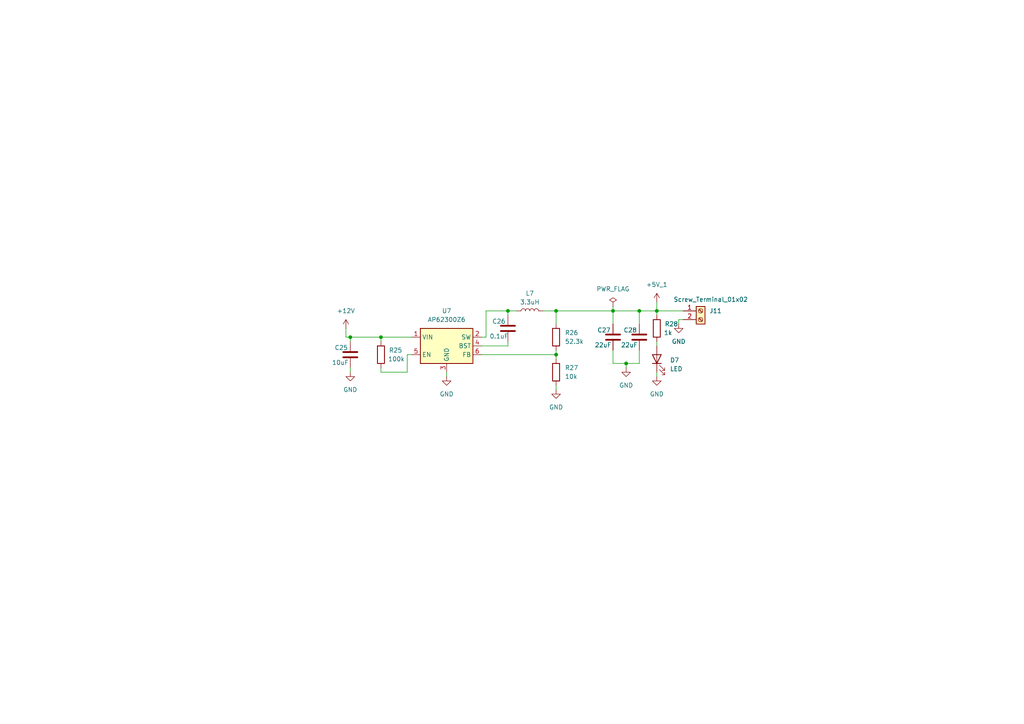
<source format=kicad_sch>
(kicad_sch (version 20231120) (generator "eeschema") (generator_version "8.0")
  (paper "A4")
  (lib_symbols
    (symbol "Connector:Screw_Terminal_01x02" (pin_names (offset 1.016) hide)
      (property "Reference" "J" (at 0 2.54 0))
      (property "Value" "Screw_Terminal_01x02" (at 0 -5.08 0))
      (symbol "Screw_Terminal_01x02_1_1"
        (rectangle (start -1.27 1.27) (end 1.27 -3.81) (stroke (width 0.254)) (fill (type background)))
        (circle (center 0 -2.54) (radius 0.635) (stroke (width 0.1524)))
        (polyline (pts (xy -0.5334 -2.2098) (xy 0.3302 -3.048)) (stroke (width 0.1524)))
        (polyline (pts (xy -0.5334 0.3302) (xy 0.3302 -0.508)) (stroke (width 0.1524)))
        (polyline (pts (xy -0.3556 -2.032) (xy 0.508 -2.8702)) (stroke (width 0.1524)))
        (polyline (pts (xy -0.3556 0.508) (xy 0.508 -0.3302)) (stroke (width 0.1524)))
        (circle (center 0 0) (radius 0.635) (stroke (width 0.1524)))
        (pin passive line (at -5.08 0 0) (length 3.81) (name "Pin_1") (number "1"))
        (pin passive line (at -5.08 -2.54 0) (length 3.81) (name "Pin_2") (number "2"))
      )
    )
    (symbol "Device:C" (pin_numbers hide) (pin_names (offset 0.254))
      (property "Reference" "C" (at 0.635 2.54 0))
      (property "Value" "C" (at 0.635 -2.54 0))
      (symbol "C_0_1"
        (polyline (pts (xy -2.032 -0.762) (xy 2.032 -0.762)) (stroke (width 0.508)))
        (polyline (pts (xy -2.032 0.762) (xy 2.032 0.762)) (stroke (width 0.508)))
      )
      (symbol "C_1_1"
        (pin passive line (at 0 3.81 270) (length 2.794) (name "~") (number "1"))
        (pin passive line (at 0 -3.81 90) (length 2.794) (name "~") (number "2"))
      )
    )
    (symbol "Device:L" (pin_numbers hide) (pin_names (offset 1.016) hide)
      (property "Reference" "L" (at -1.27 0 90))
      (property "Value" "L" (at 1.905 0 90))
      (symbol "L_0_1"
        (arc (start 0 -2.54) (mid 0.6323 -1.905) (end 0 -1.27))
        (arc (start 0 -1.27) (mid 0.6323 -0.635) (end 0 0))
        (arc (start 0 0) (mid 0.6323 0.635) (end 0 1.27))
        (arc (start 0 1.27) (mid 0.6323 1.905) (end 0 2.54))
      )
      (symbol "L_1_1"
        (pin passive line (at 0 3.81 270) (length 1.27) (name "1") (number "1"))
        (pin passive line (at 0 -3.81 90) (length 1.27) (name "2") (number "2"))
      )
    )
    (symbol "Device:LED" (pin_numbers hide) (pin_names (offset 1.016) hide)
      (property "Reference" "D" (at 0 2.54 0))
      (property "Value" "LED" (at 0 -2.54 0))
      (symbol "LED_0_1"
        (polyline (pts (xy -1.27 -1.27) (xy -1.27 1.27)) (stroke (width 0.254)))
        (polyline (pts (xy -1.27 0) (xy 1.27 0)))
        (polyline (pts (xy 1.27 -1.27) (xy 1.27 1.27) (xy -1.27 0) (xy 1.27 -1.27)) (stroke (width 0.254)))
        (polyline (pts (xy -3.048 -0.762) (xy -4.572 -2.286) (xy -3.81 -2.286) (xy -4.572 -2.286) (xy -4.572 -1.524)))
        (polyline (pts (xy -1.778 -0.762) (xy -3.302 -2.286) (xy -2.54 -2.286) (xy -3.302 -2.286) (xy -3.302 -1.524)))
      )
      (symbol "LED_1_1"
        (pin passive line (at -3.81 0 0) (length 2.54) (name "K") (number "1"))
        (pin passive line (at 3.81 0 180) (length 2.54) (name "A") (number "2"))
      )
    )
    (symbol "Device:R" (pin_numbers hide) (pin_names (offset 0))
      (property "Reference" "R" (at 2.032 0 90))
      (property "Value" "R" (at 0 0 90))
      (symbol "R_0_1"
        (rectangle (start -1.016 -2.54) (end 1.016 2.54) (stroke (width 0.254)))
      )
      (symbol "R_1_1"
        (pin passive line (at 0 3.81 270) (length 1.27) (name "~") (number "1"))
        (pin passive line (at 0 -3.81 90) (length 1.27) (name "~") (number "2"))
      )
    )
    (symbol "Regulator_Switching:AP62300Z6"
      (property "Reference" "U" (at -7.62 6.35 0))
      (property "Value" "AP62300Z6" (at 6.35 -6.35 0))
      (symbol "AP62300Z6_0_1"
        (rectangle (start -7.62 5.08) (end 7.62 -5.08) (stroke (width 0.254)) (fill (type background)))
      )
      (symbol "AP62300Z6_1_1"
        (pin power_in line (at -10.16 2.54 0) (length 2.54) (name "VIN") (number "1"))
        (pin output line (at 10.16 2.54 180) (length 2.54) (name "SW") (number "2"))
        (pin power_in line (at 0 -7.62 90) (length 2.54) (name "GND") (number "3"))
        (pin passive line (at 10.16 0 180) (length 2.54) (name "BST") (number "4"))
        (pin input line (at -10.16 -2.54 0) (length 2.54) (name "EN") (number "5"))
        (pin input line (at 10.16 -2.54 180) (length 2.54) (name "FB") (number "6"))
      )
    )
    (symbol "power:+12V" (power) (pin_numbers hide) (pin_names (offset 0) hide)
      (property "Value" "+12V" (at 0 3.556 0))
      (symbol "+12V_0_1"
        (polyline (pts (xy -0.762 1.27) (xy 0 2.54)))
        (polyline (pts (xy 0 0) (xy 0 2.54)))
        (polyline (pts (xy 0 2.54) (xy 0.762 1.27)))
      )
      (symbol "+12V_1_1"
        (pin power_in line (at 0 0 90) (length 0) (name "~") (number "1"))
      )
    )
    (symbol "power:+5V" (power) (pin_numbers hide) (pin_names (offset 0) hide)
      (property "Value" "+5V" (at 0 3.556 0))
      (symbol "+5V_0_1"
        (polyline (pts (xy -0.762 1.27) (xy 0 2.54)))
        (polyline (pts (xy 0 0) (xy 0 2.54)))
        (polyline (pts (xy 0 2.54) (xy 0.762 1.27)))
      )
      (symbol "+5V_1_1"
        (pin power_in line (at 0 0 90) (length 0) (name "~") (number "1"))
      )
    )
    (symbol "power:GND" (power) (pin_numbers hide) (pin_names (offset 0) hide)
      (property "Value" "GND" (at 0 -3.81 0))
      (symbol "GND_0_1"
        (polyline (pts (xy 0 0) (xy 0 -1.27) (xy 1.27 -1.27) (xy 0 -2.54) (xy -1.27 -1.27) (xy 0 -1.27)))
      )
      (symbol "GND_1_1"
        (pin power_in line (at 0 0 270) (length 0) (name "~") (number "1"))
      )
    )
    (symbol "power:PWR_FLAG" (power) (pin_numbers hide) (pin_names (offset 0) hide)
      (property "Value" "PWR_FLAG" (at 0 3.81 0))
      (symbol "PWR_FLAG_0_0"
        (pin power_out line (at 0 0 90) (length 0) (name "~") (number "1"))
      )
      (symbol "PWR_FLAG_0_1"
        (polyline (pts (xy 0 0) (xy 0 1.27) (xy -1.016 1.905) (xy 0 2.54) (xy 1.016 1.905) (xy 0 1.27)))
      )
    )
  )
  (junction (at 110.49 97.79))
  (junction (at 177.8 90.17))
  (junction (at 101.6 97.79))
  (junction (at 161.29 102.87))
  (junction (at 190.5 90.17))
  (junction (at 185.42 90.17))
  (junction (at 161.29 90.17))
  (junction (at 181.61 105.41))
  (junction (at 147.32 90.17))
  (wire (pts (xy 139.7 97.79) (xy 140.97 97.79)))
  (wire (pts (xy 157.48 90.17) (xy 161.29 90.17)))
  (wire (pts (xy 140.97 97.79) (xy 140.97 90.17)))
  (wire (pts (xy 177.8 101.6) (xy 177.8 105.41)))
  (wire (pts (xy 140.97 90.17) (xy 147.32 90.17)))
  (wire (pts (xy 129.54 107.95) (xy 129.54 109.22)))
  (wire (pts (xy 185.42 90.17) (xy 190.5 90.17)))
  (wire (pts (xy 177.8 90.17) (xy 177.8 93.98)))
  (wire (pts (xy 190.5 99.06) (xy 190.5 100.33)))
  (wire (pts (xy 110.49 97.79) (xy 110.49 99.06)))
  (wire (pts (xy 181.61 105.41) (xy 185.42 105.41)))
  (wire (pts (xy 190.5 91.44) (xy 190.5 90.17)))
  (wire (pts (xy 161.29 90.17) (xy 161.29 93.98)))
  (wire (pts (xy 177.8 90.17) (xy 185.42 90.17)))
  (wire (pts (xy 100.33 95.25) (xy 100.33 97.79)))
  (wire (pts (xy 101.6 97.79) (xy 110.49 97.79)))
  (wire (pts (xy 161.29 111.76) (xy 161.29 113.03)))
  (wire (pts (xy 161.29 90.17) (xy 177.8 90.17)))
  (wire (pts (xy 181.61 105.41) (xy 181.61 106.68)))
  (wire (pts (xy 139.7 100.33) (xy 147.32 100.33)))
  (wire (pts (xy 185.42 90.17) (xy 185.42 93.98)))
  (wire (pts (xy 110.49 107.95) (xy 118.11 107.95)))
  (wire (pts (xy 101.6 99.06) (xy 101.6 97.79)))
  (wire (pts (xy 110.49 106.68) (xy 110.49 107.95)))
  (wire (pts (xy 118.11 102.87) (xy 119.38 102.87)))
  (wire (pts (xy 110.49 97.79) (xy 119.38 97.79)))
  (wire (pts (xy 185.42 101.6) (xy 185.42 105.41)))
  (wire (pts (xy 190.5 87.63) (xy 190.5 90.17)))
  (wire (pts (xy 177.8 105.41) (xy 181.61 105.41)))
  (wire (pts (xy 177.8 88.9) (xy 177.8 90.17)))
  (wire (pts (xy 147.32 90.17) (xy 147.32 91.44)))
  (wire (pts (xy 196.85 92.71) (xy 196.85 93.98)))
  (wire (pts (xy 190.5 90.17) (xy 198.12 90.17)))
  (wire (pts (xy 139.7 102.87) (xy 161.29 102.87)))
  (wire (pts (xy 100.33 97.79) (xy 101.6 97.79)))
  (wire (pts (xy 161.29 101.6) (xy 161.29 102.87)))
  (wire (pts (xy 198.12 92.71) (xy 196.85 92.71)))
  (wire (pts (xy 147.32 90.17) (xy 149.86 90.17)))
  (wire (pts (xy 190.5 107.95) (xy 190.5 109.22)))
  (wire (pts (xy 147.32 100.33) (xy 147.32 99.06)))
  (wire (pts (xy 118.11 107.95) (xy 118.11 102.87)))
  (wire (pts (xy 101.6 106.68) (xy 101.6 107.95)))
  (wire (pts (xy 161.29 102.87) (xy 161.29 104.14)))
  (symbol (lib_id "Device:R") (at 110.49 102.87 0) (unit 1)
    (property "Reference" "R25" (at 112.776 101.6 0) (effects (justify left)))
    (property "Value" "100k" (at 112.522 104.14 0) (effects (justify left)))
    (property "Footprint" "Resistor_SMD:R_0603_1608Metric" (effects (hide yes)))
    (property "Description" "Resistor" (effects (hide yes)))
  )
  (symbol (lib_id "Device:R") (at 190.5 95.25 0) (unit 1)
    (property "Reference" "R28" (at 192.786 93.98 0) (effects (justify left)))
    (property "Value" "1k" (at 192.532 96.52 0) (effects (justify left)))
    (property "Footprint" "Resistor_SMD:R_0603_1608Metric" (effects (hide yes)))
    (property "Description" "Resistor" (effects (hide yes)))
  )
  (symbol (lib_id "power:GND") (at 181.61 106.68 0) (unit 1)
    (property "Reference" "#PWR061" (effects (hide yes)))
    (property "Value" "GND" (at 181.61 111.76 0))
    (property "Description" "Power symbol creates a global label with name \"GND\" , ground" (effects (hide yes)))
  )
  (symbol (lib_id "power:+5V") (at 190.5 87.63 0) (unit 1)
    (property "Reference" "#PWR062" (effects (hide yes)))
    (property "Value" "+5V_1" (at 190.5 82.55 0))
    (property "Description" "Power symbol creates a global label with name \"+5V\"" (effects (hide yes)))
  )
  (symbol (lib_id "Device:C") (at 101.6 102.87 0) (unit 1)
    (property "Reference" "C25" (at 97.028 100.838 0) (effects (justify left)))
    (property "Value" "10uF" (at 96.266 105.156 0) (effects (justify left)))
    (property "Footprint" "Capacitor_SMD:C_1206_3216Metric" (effects (hide yes)))
    (property "Description" "Unpolarized capacitor" (effects (hide yes)))
  )
  (symbol (lib_id "Regulator_Switching:AP62300Z6") (at 129.54 100.33 0) (unit 1)
    (property "Reference" "U7" (at 129.54 90.17 0))
    (property "Value" "AP62300Z6" (at 129.54 92.71 0))
    (property "Footprint" "Package_TO_SOT_SMD:SOT-563" (effects (hide yes)))
    (property "Datasheet" "https://www.diodes.com/assets/Datasheets/AP62300_AP62301_AP62300T.pdf" (effects (hide yes)))
    (property "Description" "3A, 1.3MHz Buck DC/DC Converter, adjustable output voltage, SOT-563" (effects (hide yes)))
  )
  (symbol (lib_id "power:GND") (at 190.5 109.22 0) (unit 1)
    (property "Reference" "#PWR063" (effects (hide yes)))
    (property "Value" "GND" (at 190.5 114.3 0))
    (property "Description" "Power symbol creates a global label with name \"GND\" , ground" (effects (hide yes)))
  )
  (symbol (lib_id "Device:C") (at 185.42 97.79 0) (unit 1)
    (property "Reference" "C28" (at 180.848 95.758 0) (effects (justify left)))
    (property "Value" "22uF" (at 180.086 100.076 0) (effects (justify left)))
    (property "Footprint" "Capacitor_SMD:C_1206_3216Metric" (effects (hide yes)))
    (property "Description" "Unpolarized capacitor" (effects (hide yes)))
  )
  (symbol (lib_id "power:GND") (at 196.85 93.98 0) (unit 1)
    (property "Reference" "#PWR064" (effects (hide yes)))
    (property "Value" "GND" (at 196.85 99.06 0))
    (property "Description" "Power symbol creates a global label with name \"GND\" , ground" (effects (hide yes)))
  )
  (symbol (lib_id "Connector:Screw_Terminal_01x02") (at 203.2 90.17 0) (unit 1)
    (property "Reference" "J11" (at 205.74 90.1699 0) (effects (justify left)))
    (property "Value" "Screw_Terminal_01x02" (at 195.326 86.868 0) (effects (justify left)))
    (property "Footprint" "TerminalBlock_4Ucon:TerminalBlock_4Ucon_1x02_P3.50mm_Vertical" (effects (hide yes)))
    (property "Description" "Generic screw terminal, single row, 01x02, script generated (kicad-library-utils/schlib/autogen/connector/)" (effects (hide yes)))
  )
  (symbol (lib_id "Device:C") (at 147.32 95.25 0) (unit 1)
    (property "Reference" "C26" (at 142.748 93.218 0) (effects (justify left)))
    (property "Value" "0.1uF" (at 141.986 97.536 0) (effects (justify left)))
    (property "Footprint" "Capacitor_SMD:C_0603_1608Metric" (effects (hide yes)))
    (property "Description" "Unpolarized capacitor" (effects (hide yes)))
  )
  (symbol (lib_id "Device:C") (at 177.8 97.79 0) (unit 1)
    (property "Reference" "C27" (at 173.228 95.758 0) (effects (justify left)))
    (property "Value" "22uF" (at 172.466 100.076 0) (effects (justify left)))
    (property "Footprint" "Capacitor_SMD:C_1206_3216Metric" (effects (hide yes)))
    (property "Description" "Unpolarized capacitor" (effects (hide yes)))
  )
  (symbol (lib_id "power:GND") (at 161.29 113.03 0) (unit 1)
    (property "Reference" "#PWR060" (effects (hide yes)))
    (property "Value" "GND" (at 161.29 118.11 0))
    (property "Description" "Power symbol creates a global label with name \"GND\" , ground" (effects (hide yes)))
  )
  (symbol (lib_id "Device:R") (at 161.29 107.95 0) (unit 1)
    (property "Reference" "R27" (at 163.83 106.6799 0) (effects (justify left)))
    (property "Value" "10k" (at 163.83 109.2199 0) (effects (justify left)))
    (property "Footprint" "Resistor_SMD:R_0603_1608Metric" (effects (hide yes)))
    (property "Description" "Resistor" (effects (hide yes)))
  )
  (symbol (lib_id "power:GND") (at 101.6 107.95 0) (unit 1)
    (property "Reference" "#PWR058" (effects (hide yes)))
    (property "Value" "GND" (at 101.6 113.03 0))
    (property "Description" "Power symbol creates a global label with name \"GND\" , ground" (effects (hide yes)))
  )
  (symbol (lib_id "Device:L") (at 153.67 90.17 90) (unit 1)
    (property "Reference" "L7" (at 153.67 85.09 90))
    (property "Value" "3.3uH" (at 153.67 87.63 90))
    (property "Footprint" "Inductor_SMD:L_TDK_VLS6045EX_VLS6045AF" (effects (hide yes)))
    (property "Description" "Inductor" (effects (hide yes)))
  )
  (symbol (lib_id "Device:R") (at 161.29 97.79 0) (unit 1)
    (property "Reference" "R26" (at 163.83 96.5199 0) (effects (justify left)))
    (property "Value" "52.3k" (at 163.83 99.0599 0) (effects (justify left)))
    (property "Footprint" "Resistor_SMD:R_0603_1608Metric" (effects (hide yes)))
    (property "Description" "Resistor" (effects (hide yes)))
  )
  (symbol (lib_id "power:+12V") (at 100.33 95.25 0) (unit 1)
    (property "Reference" "#PWR057" (effects (hide yes)))
    (property "Value" "+12V" (at 100.33 90.17 0))
    (property "Description" "Power symbol creates a global label with name \"+12V\"" (effects (hide yes)))
  )
  (symbol (lib_id "power:PWR_FLAG") (at 177.8 88.9 0) (unit 1)
    (property "Reference" "#FLG07" (effects (hide yes)))
    (property "Value" "PWR_FLAG" (at 177.8 83.82 0))
    (property "Description" "Special symbol for telling ERC where power comes from" (effects (hide yes)))
  )
  (symbol (lib_id "Device:LED") (at 190.5 104.14 90) (unit 1)
    (property "Reference" "D7" (at 194.31 104.4574 90) (effects (justify right)))
    (property "Value" "LED" (at 194.31 106.9974 90) (effects (justify right)))
    (property "Footprint" "LED_SMD:LED_0603_1608Metric" (effects (hide yes)))
    (property "Description" "Light emitting diode" (effects (hide yes)))
  )
  (symbol (lib_id "power:GND") (at 129.54 109.22 0) (unit 1)
    (property "Reference" "#PWR059" (effects (hide yes)))
    (property "Value" "GND" (at 129.54 114.3 0))
    (property "Description" "Power symbol creates a global label with name \"GND\" , ground" (effects (hide yes)))
  )
)
</source>
